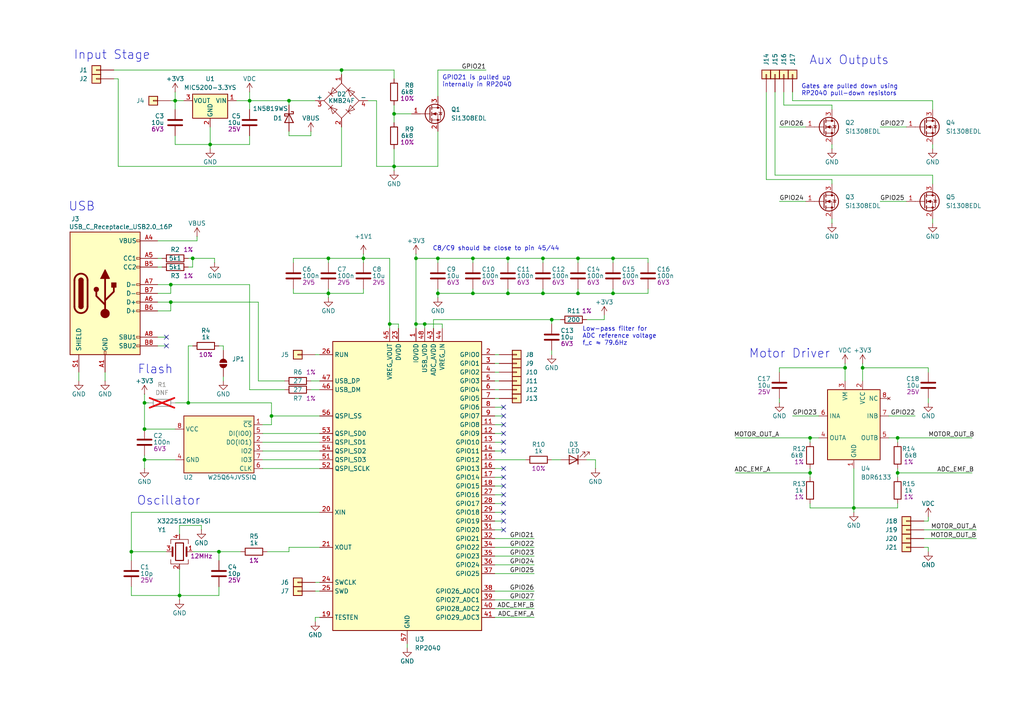
<source format=kicad_sch>
(kicad_sch (version 20231120) (generator "eeschema") (generator_version "8.0")
  (paper "A4")
  (title_block (title "RP2040-Decoder") (date "2024-11-24") (rev "1.0") (comment 1 "Alternative parts listed in symbol fields, make sure to verify datasheet beforehand"))
  (junction (at 147.32 85.09))
  (junction (at 63.5 160.02))
  (junction (at 114.3 48.26))
  (junction (at 127 74.93))
  (junction (at 137.16 85.09))
  (junction (at 54.61 116.84))
  (junction (at 250.19 106.68))
  (junction (at 137.16 74.93))
  (junction (at 95.25 74.93))
  (junction (at 52.07 172.72))
  (junction (at 99.06 20.32))
  (junction (at 247.65 147.32))
  (junction (at 83.82 29.21))
  (junction (at 245.11 106.68))
  (junction (at 167.64 74.93))
  (junction (at 127 85.09))
  (junction (at 41.91 133.35))
  (junction (at 50.8 29.21))
  (junction (at 49.53 87.63))
  (junction (at 78.74 120.65))
  (junction (at 105.41 74.93))
  (junction (at 41.91 116.84))
  (junction (at 120.65 74.93))
  (junction (at 157.48 74.93))
  (junction (at 160.02 92.71))
  (junction (at 260.35 127))
  (junction (at 114.3 33.02))
  (junction (at 95.25 85.09))
  (junction (at 177.8 85.09))
  (junction (at 123.19 93.98))
  (junction (at 55.88 74.93))
  (junction (at 147.32 74.93))
  (junction (at 120.65 93.98))
  (junction (at 41.91 124.46))
  (junction (at 260.35 137.16))
  (junction (at 49.53 82.55))
  (junction (at 60.96 41.91))
  (junction (at 167.64 85.09))
  (junction (at 177.8 74.93))
  (junction (at 38.1 160.02))
  (junction (at 234.95 137.16))
  (junction (at 234.95 127))
  (junction (at 72.39 29.21))
  (junction (at 113.03 93.98))
  (junction (at 157.48 85.09))
  (no_connect (at 146.05 151.13))
  (no_connect (at 146.05 138.43))
  (no_connect (at 48.26 97.79))
  (no_connect (at 146.05 118.11))
  (no_connect (at 146.05 140.97))
  (no_connect (at 146.05 135.89))
  (no_connect (at 146.05 143.51))
  (no_connect (at 146.05 148.59))
  (no_connect (at 146.05 125.73))
  (no_connect (at 146.05 130.81))
  (no_connect (at 48.26 100.33))
  (no_connect (at 146.05 120.65))
  (no_connect (at 146.05 123.19))
  (no_connect (at 146.05 153.67))
  (no_connect (at 146.05 128.27))
  (no_connect (at 146.05 146.05))
  (wire (pts (xy 260.35 128.27) (xy 260.35 127)))
  (wire (pts (xy 90.17 110.49) (xy 92.71 110.49)))
  (wire (pts (xy 55.88 160.02) (xy 63.5 160.02)))
  (wire (pts (xy 245.11 106.68) (xy 245.11 110.49)))
  (wire (pts (xy 50.8 124.46) (xy 41.91 124.46)))
  (wire (pts (xy 90.17 38.1) (xy 90.17 39.37)))
  (wire (pts (xy 247.65 147.32) (xy 234.95 147.32)))
  (wire (pts (xy 167.64 85.09) (xy 157.48 85.09)))
  (wire (pts (xy 74.93 110.49) (xy 82.55 110.49)))
  (wire (pts (xy 137.16 74.93) (xy 147.32 74.93)))
  (wire (pts (xy 34.29 48.26) (xy 99.06 48.26)))
  (wire (pts (xy 83.82 39.37) (xy 83.82 38.1)))
  (wire (pts (xy 49.53 87.63) (xy 45.72 87.63)))
  (wire (pts (xy 226.06 36.83) (xy 233.68 36.83)))
  (wire (pts (xy 213.36 137.16) (xy 234.95 137.16)))
  (wire (pts (xy 147.32 74.93) (xy 147.32 76.2)))
  (wire (pts (xy 222.25 52.07) (xy 241.3 52.07)))
  (wire (pts (xy 118.11 186.69) (xy 118.11 187.96)))
  (wire (pts (xy 78.74 120.65) (xy 78.74 123.19)))
  (wire (pts (xy 143.51 171.45) (xy 154.94 171.45)))
  (wire (pts (xy 78.74 116.84) (xy 78.74 120.65)))
  (wire (pts (xy 106.68 29.21) (xy 109.22 29.21)))
  (wire (pts (xy 113.03 74.93) (xy 113.03 93.98)))
  (wire (pts (xy 60.96 41.91) (xy 72.39 41.91)))
  (wire (pts (xy 54.61 77.47) (xy 55.88 77.47)))
  (wire (pts (xy 247.65 147.32) (xy 247.65 148.59)))
  (wire (pts (xy 120.65 73.66) (xy 120.65 74.93)))
  (wire (pts (xy 55.88 74.93) (xy 62.23 74.93)))
  (wire (pts (xy 270.51 43.18) (xy 270.51 41.91)))
  (wire (pts (xy 175.26 91.44) (xy 175.26 92.71)))
  (wire (pts (xy 270.51 64.77) (xy 270.51 63.5)))
  (wire (pts (xy 78.74 120.65) (xy 92.71 120.65)))
  (wire (pts (xy 127 38.1) (xy 127 48.26)))
  (wire (pts (xy 90.17 113.03) (xy 92.71 113.03)))
  (wire (pts (xy 177.8 74.93) (xy 187.96 74.93)))
  (wire (pts (xy 72.39 29.21) (xy 72.39 31.75)))
  (wire (pts (xy 109.22 29.21) (xy 109.22 48.26)))
  (wire (pts (xy 143.51 153.67) (xy 146.05 153.67)))
  (wire (pts (xy 105.41 74.93) (xy 113.03 74.93)))
  (wire (pts (xy 91.44 179.07) (xy 92.71 179.07)))
  (wire (pts (xy 127 86.36) (xy 127 85.09)))
  (wire (pts (xy 54.61 100.33) (xy 54.61 116.84)))
  (wire (pts (xy 227.33 26.67) (xy 227.33 30.48)))
  (wire (pts (xy 95.25 86.36) (xy 95.25 85.09)))
  (wire (pts (xy 92.71 158.75) (xy 83.82 158.75)))
  (wire (pts (xy 177.8 74.93) (xy 177.8 76.2)))
  (wire (pts (xy 52.07 165.1) (xy 52.07 172.72)))
  (wire (pts (xy 57.15 69.85) (xy 57.15 68.58)))
  (wire (pts (xy 177.8 85.09) (xy 177.8 83.82)))
  (wire (pts (xy 269.24 158.75) (xy 269.24 160.02)))
  (wire (pts (xy 76.2 123.19) (xy 78.74 123.19)))
  (wire (pts (xy 241.3 30.48) (xy 241.3 31.75)))
  (wire (pts (xy 157.48 85.09) (xy 147.32 85.09)))
  (wire (pts (xy 270.51 53.34) (xy 270.51 50.8)))
  (wire (pts (xy 38.1 148.59) (xy 92.71 148.59)))
  (wire (pts (xy 147.32 83.82) (xy 147.32 85.09)))
  (wire (pts (xy 50.8 116.84) (xy 54.61 116.84)))
  (wire (pts (xy 143.51 173.99) (xy 154.94 173.99)))
  (wire (pts (xy 226.06 115.57) (xy 226.06 116.84)))
  (wire (pts (xy 234.95 127) (xy 237.49 127)))
  (wire (pts (xy 137.16 83.82) (xy 137.16 85.09)))
  (wire (pts (xy 229.87 120.65) (xy 237.49 120.65)))
  (wire (pts (xy 167.64 74.93) (xy 167.64 76.2)))
  (wire (pts (xy 143.51 166.37) (xy 154.94 166.37)))
  (wire (pts (xy 76.2 133.35) (xy 92.71 133.35)))
  (wire (pts (xy 33.02 20.32) (xy 99.06 20.32)))
  (wire (pts (xy 257.81 120.65) (xy 265.43 120.65)))
  (wire (pts (xy 49.53 82.55) (xy 72.39 82.55)))
  (wire (pts (xy 269.24 106.68) (xy 250.19 106.68)))
  (wire (pts (xy 114.3 33.02) (xy 119.38 33.02)))
  (wire (pts (xy 72.39 29.21) (xy 83.82 29.21)))
  (wire (pts (xy 167.64 74.93) (xy 177.8 74.93)))
  (wire (pts (xy 143.51 113.03) (xy 144.78 113.03)))
  (wire (pts (xy 143.51 146.05) (xy 146.05 146.05)))
  (wire (pts (xy 74.93 87.63) (xy 74.93 110.49)))
  (wire (pts (xy 22.86 110.49) (xy 22.86 107.95)))
  (wire (pts (xy 30.48 110.49) (xy 30.48 107.95)))
  (wire (pts (xy 167.64 85.09) (xy 177.8 85.09)))
  (wire (pts (xy 167.64 83.82) (xy 167.64 85.09)))
  (wire (pts (xy 143.51 120.65) (xy 146.05 120.65)))
  (wire (pts (xy 170.18 92.71) (xy 175.26 92.71)))
  (wire (pts (xy 41.91 116.84) (xy 43.18 116.84)))
  (wire (pts (xy 143.51 107.95) (xy 144.78 107.95)))
  (wire (pts (xy 127 74.93) (xy 137.16 74.93)))
  (wire (pts (xy 45.72 90.17) (xy 49.53 90.17)))
  (wire (pts (xy 60.96 43.18) (xy 60.96 41.91)))
  (wire (pts (xy 68.58 29.21) (xy 72.39 29.21)))
  (wire (pts (xy 234.95 146.05) (xy 234.95 147.32)))
  (wire (pts (xy 114.3 43.18) (xy 114.3 48.26)))
  (wire (pts (xy 72.39 113.03) (xy 82.55 113.03)))
  (wire (pts (xy 91.44 179.07) (xy 91.44 180.34)))
  (wire (pts (xy 74.93 87.63) (xy 49.53 87.63)))
  (wire (pts (xy 95.25 85.09) (xy 95.25 83.82)))
  (wire (pts (xy 55.88 100.33) (xy 54.61 100.33)))
  (wire (pts (xy 63.5 100.33) (xy 64.77 100.33)))
  (wire (pts (xy 72.39 41.91) (xy 72.39 39.37)))
  (wire (pts (xy 45.72 85.09) (xy 49.53 85.09)))
  (wire (pts (xy 45.72 100.33) (xy 48.26 100.33)))
  (wire (pts (xy 63.5 160.02) (xy 69.85 160.02)))
  (wire (pts (xy 234.95 137.16) (xy 234.95 135.89)))
  (wire (pts (xy 143.51 163.83) (xy 154.94 163.83)))
  (wire (pts (xy 72.39 29.21) (xy 72.39 26.67)))
  (wire (pts (xy 267.97 158.75) (xy 269.24 158.75)))
  (wire (pts (xy 55.88 77.47) (xy 55.88 74.93)))
  (wire (pts (xy 143.51 161.29) (xy 154.94 161.29)))
  (wire (pts (xy 99.06 20.32) (xy 114.3 20.32)))
  (wire (pts (xy 76.2 125.73) (xy 92.71 125.73)))
  (wire (pts (xy 38.1 160.02) (xy 38.1 162.56)))
  (wire (pts (xy 123.19 93.98) (xy 123.19 95.25)))
  (wire (pts (xy 127 76.2) (xy 127 74.93)))
  (wire (pts (xy 127 85.09) (xy 127 83.82)))
  (wire (pts (xy 60.96 41.91) (xy 50.8 41.91)))
  (wire (pts (xy 120.65 74.93) (xy 120.65 93.98)))
  (wire (pts (xy 157.48 74.93) (xy 167.64 74.93)))
  (wire (pts (xy 50.8 39.37) (xy 50.8 41.91)))
  (wire (pts (xy 170.18 133.35) (xy 172.72 133.35)))
  (wire (pts (xy 76.2 128.27) (xy 92.71 128.27)))
  (wire (pts (xy 160.02 101.6) (xy 160.02 102.87)))
  (wire (pts (xy 113.03 93.98) (xy 115.57 93.98)))
  (wire (pts (xy 260.35 127) (xy 281.94 127)))
  (wire (pts (xy 85.09 76.2) (xy 85.09 74.93)))
  (wire (pts (xy 143.51 115.57) (xy 144.78 115.57)))
  (wire (pts (xy 143.51 179.07) (xy 154.94 179.07)))
  (wire (pts (xy 234.95 138.43) (xy 234.95 137.16)))
  (wire (pts (xy 62.23 74.93) (xy 62.23 76.2)))
  (wire (pts (xy 229.87 26.67) (xy 229.87 29.21)))
  (wire (pts (xy 260.35 137.16) (xy 260.35 135.89)))
  (wire (pts (xy 143.51 148.59) (xy 146.05 148.59)))
  (wire (pts (xy 41.91 133.35) (xy 50.8 133.35)))
  (wire (pts (xy 269.24 149.86) (xy 269.24 151.13)))
  (wire (pts (xy 143.51 128.27) (xy 146.05 128.27)))
  (wire (pts (xy 160.02 92.71) (xy 162.56 92.71)))
  (wire (pts (xy 241.3 52.07) (xy 241.3 53.34)))
  (wire (pts (xy 160.02 92.71) (xy 160.02 93.98)))
  (wire (pts (xy 115.57 93.98) (xy 115.57 95.25)))
  (wire (pts (xy 120.65 95.25) (xy 120.65 93.98)))
  (wire (pts (xy 143.51 102.87) (xy 144.78 102.87)))
  (wire (pts (xy 172.72 133.35) (xy 172.72 135.89)))
  (wire (pts (xy 114.3 49.53) (xy 114.3 48.26)))
  (wire (pts (xy 177.8 85.09) (xy 187.96 85.09)))
  (wire (pts (xy 76.2 135.89) (xy 92.71 135.89)))
  (wire (pts (xy 269.24 115.57) (xy 269.24 116.84)))
  (wire (pts (xy 143.51 158.75) (xy 154.94 158.75)))
  (wire (pts (xy 54.61 74.93) (xy 55.88 74.93)))
  (wire (pts (xy 63.5 170.18) (xy 63.5 172.72)))
  (wire (pts (xy 41.91 116.84) (xy 41.91 124.46)))
  (wire (pts (xy 222.25 26.67) (xy 222.25 52.07)))
  (wire (pts (xy 114.3 20.32) (xy 114.3 22.86)))
  (wire (pts (xy 41.91 114.3) (xy 41.91 116.84)))
  (wire (pts (xy 127 74.93) (xy 120.65 74.93)))
  (wire (pts (xy 143.51 133.35) (xy 152.4 133.35)))
  (wire (pts (xy 77.47 160.02) (xy 83.82 160.02)))
  (wire (pts (xy 241.3 43.18) (xy 241.3 41.91)))
  (wire (pts (xy 33.02 22.86) (xy 34.29 22.86)))
  (wire (pts (xy 226.06 107.95) (xy 226.06 106.68)))
  (wire (pts (xy 52.07 172.72) (xy 63.5 172.72)))
  (wire (pts (xy 250.19 105.41) (xy 250.19 106.68)))
  (wire (pts (xy 213.36 127) (xy 234.95 127)))
  (wire (pts (xy 54.61 116.84) (xy 78.74 116.84)))
  (wire (pts (xy 38.1 170.18) (xy 38.1 172.72)))
  (wire (pts (xy 260.35 137.16) (xy 260.35 138.43)))
  (wire (pts (xy 260.35 127) (xy 257.81 127)))
  (wire (pts (xy 46.99 77.47) (xy 45.72 77.47)))
  (wire (pts (xy 270.51 29.21) (xy 270.51 31.75)))
  (wire (pts (xy 64.77 109.22) (xy 64.77 110.49)))
  (wire (pts (xy 85.09 85.09) (xy 95.25 85.09)))
  (wire (pts (xy 99.06 36.83) (xy 99.06 48.26)))
  (wire (pts (xy 83.82 29.21) (xy 91.44 29.21)))
  (wire (pts (xy 41.91 135.89) (xy 41.91 133.35)))
  (wire (pts (xy 49.53 29.21) (xy 50.8 29.21)))
  (wire (pts (xy 283.21 156.21) (xy 267.97 156.21)))
  (wire (pts (xy 143.51 151.13) (xy 146.05 151.13)))
  (wire (pts (xy 95.25 74.93) (xy 105.41 74.93)))
  (wire (pts (xy 269.24 151.13) (xy 267.97 151.13)))
  (wire (pts (xy 52.07 172.72) (xy 52.07 173.99)))
  (wire (pts (xy 260.35 137.16) (xy 281.94 137.16)))
  (wire (pts (xy 38.1 148.59) (xy 38.1 160.02)))
  (wire (pts (xy 114.3 33.02) (xy 114.3 35.56)))
  (wire (pts (xy 255.27 36.83) (xy 262.89 36.83)))
  (wire (pts (xy 52.07 152.4) (xy 58.42 152.4)))
  (wire (pts (xy 143.51 143.51) (xy 146.05 143.51)))
  (wire (pts (xy 105.41 74.93) (xy 105.41 73.66)))
  (wire (pts (xy 105.41 83.82) (xy 105.41 85.09)))
  (wire (pts (xy 147.32 74.93) (xy 157.48 74.93)))
  (wire (pts (xy 45.72 97.79) (xy 48.26 97.79)))
  (wire (pts (xy 229.87 29.21) (xy 270.51 29.21)))
  (wire (pts (xy 187.96 74.93) (xy 187.96 76.2)))
  (wire (pts (xy 137.16 74.93) (xy 137.16 76.2)))
  (wire (pts (xy 58.42 152.4) (xy 58.42 153.67)))
  (wire (pts (xy 85.09 83.82) (xy 85.09 85.09)))
  (wire (pts (xy 128.27 93.98) (xy 123.19 93.98)))
  (wire (pts (xy 137.16 85.09) (xy 147.32 85.09)))
  (wire (pts (xy 143.51 123.19) (xy 146.05 123.19)))
  (wire (pts (xy 162.56 133.35) (xy 160.02 133.35)))
  (wire (pts (xy 50.8 29.21) (xy 50.8 31.75)))
  (wire (pts (xy 157.48 83.82) (xy 157.48 85.09)))
  (wire (pts (xy 120.65 93.98) (xy 123.19 93.98)))
  (wire (pts (xy 105.41 74.93) (xy 105.41 76.2)))
  (wire (pts (xy 52.07 152.4) (xy 52.07 154.94)))
  (wire (pts (xy 113.03 95.25) (xy 113.03 93.98)))
  (wire (pts (xy 143.51 176.53) (xy 154.94 176.53)))
  (wire (pts (xy 91.44 168.91) (xy 92.71 168.91)))
  (wire (pts (xy 38.1 160.02) (xy 48.26 160.02)))
  (wire (pts (xy 64.77 100.33) (xy 64.77 101.6)))
  (wire (pts (xy 143.51 135.89) (xy 146.05 135.89)))
  (wire (pts (xy 143.51 110.49) (xy 144.78 110.49)))
  (wire (pts (xy 49.53 85.09) (xy 49.53 82.55)))
  (wire (pts (xy 227.33 30.48) (xy 241.3 30.48)))
  (wire (pts (xy 143.51 156.21) (xy 154.94 156.21)))
  (wire (pts (xy 60.96 36.83) (xy 60.96 41.91)))
  (wire (pts (xy 226.06 58.42) (xy 233.68 58.42)))
  (wire (pts (xy 143.51 118.11) (xy 146.05 118.11)))
  (wire (pts (xy 143.51 105.41) (xy 144.78 105.41)))
  (wire (pts (xy 224.79 26.67) (xy 224.79 50.8)))
  (wire (pts (xy 234.95 128.27) (xy 234.95 127)))
  (wire (pts (xy 187.96 85.09) (xy 187.96 83.82)))
  (wire (pts (xy 245.11 105.41) (xy 245.11 106.68)))
  (wire (pts (xy 127 85.09) (xy 137.16 85.09)))
  (wire (pts (xy 283.21 153.67) (xy 267.97 153.67)))
  (wire (pts (xy 83.82 39.37) (xy 90.17 39.37)))
  (wire (pts (xy 83.82 29.21) (xy 83.82 30.48)))
  (wire (pts (xy 255.27 58.42) (xy 262.89 58.42)))
  (wire (pts (xy 157.48 74.93) (xy 157.48 76.2)))
  (wire (pts (xy 83.82 158.75) (xy 83.82 160.02)))
  (wire (pts (xy 85.09 74.93) (xy 95.25 74.93)))
  (wire (pts (xy 143.51 125.73) (xy 146.05 125.73)))
  (wire (pts (xy 128.27 95.25) (xy 128.27 93.98)))
  (wire (pts (xy 270.51 50.8) (xy 224.79 50.8)))
  (wire (pts (xy 91.44 171.45) (xy 92.71 171.45)))
  (wire (pts (xy 50.8 29.21) (xy 50.8 26.67)))
  (wire (pts (xy 143.51 138.43) (xy 146.05 138.43)))
  (wire (pts (xy 72.39 82.55) (xy 72.39 113.03)))
  (wire (pts (xy 76.2 130.81) (xy 92.71 130.81)))
  (wire (pts (xy 99.06 21.59) (xy 99.06 20.32)))
  (wire (pts (xy 109.22 48.26) (xy 114.3 48.26)))
  (wire (pts (xy 45.72 69.85) (xy 57.15 69.85)))
  (wire (pts (xy 226.06 106.68) (xy 245.11 106.68)))
  (wire (pts (xy 125.73 92.71) (xy 160.02 92.71)))
  (wire (pts (xy 45.72 82.55) (xy 49.53 82.55)))
  (wire (pts (xy 53.34 29.21) (xy 50.8 29.21)))
  (wire (pts (xy 269.24 107.95) (xy 269.24 106.68)))
  (wire (pts (xy 143.51 130.81) (xy 146.05 130.81)))
  (wire (pts (xy 127 20.32) (xy 127 27.94)))
  (wire (pts (xy 247.65 135.89) (xy 247.65 147.32)))
  (wire (pts (xy 143.51 140.97) (xy 146.05 140.97)))
  (wire (pts (xy 63.5 160.02) (xy 63.5 162.56)))
  (wire (pts (xy 127 20.32) (xy 140.97 20.32)))
  (wire (pts (xy 91.44 102.87) (xy 92.71 102.87)))
  (wire (pts (xy 114.3 48.26) (xy 127 48.26)))
  (wire (pts (xy 38.1 172.72) (xy 52.07 172.72)))
  (wire (pts (xy 125.73 95.25) (xy 125.73 92.71)))
  (wire (pts (xy 260.35 146.05) (xy 260.35 147.32)))
  (wire (pts (xy 95.25 74.93) (xy 95.25 76.2)))
  (wire (pts (xy 105.41 85.09) (xy 95.25 85.09)))
  (wire (pts (xy 250.19 106.68) (xy 250.19 110.49)))
  (wire (pts (xy 241.3 64.77) (xy 241.3 63.5)))
  (wire (pts (xy 34.29 22.86) (xy 34.29 48.26)))
  (wire (pts (xy 41.91 133.35) (xy 41.91 132.08)))
  (wire (pts (xy 114.3 30.48) (xy 114.3 33.02)))
  (wire (pts (xy 46.99 74.93) (xy 45.72 74.93)))
  (wire (pts (xy 49.53 90.17) (xy 49.53 87.63)))
  (wire (pts (xy 247.65 147.32) (xy 260.35 147.32)))
  (text "Gates are pulled down using\nRP2040 pull-down resistors" (at 232.41 27.94 0) (effects (font (size 1.27 1.27)) (justify left bottom)))
  (text "Motor Driver" (at 217.17 104.14 0) (effects (font (size 2.54 2.54)) (justify left bottom)))
  (text "GPIO21 is pulled up\ninternally in RP2040" (at 128.27 25.4 0) (effects (font (size 1.27 1.27)) (justify left bottom)))
  (text "Aux Outputs" (at 234.696 19.05 0) (effects (font (size 2.54 2.54)) (justify left bottom)))
  (text "C8/C9 should be close to pin 45/44" (at 125.476 72.898 0) (effects (font (size 1.27 1.27)) (justify left bottom)))
  (text "USB\n" (at 19.812 61.468 0) (effects (font (size 2.54 2.54)) (justify left bottom)))
  (text "Oscillator" (at 39.624 146.812 0) (effects (font (size 2.54 2.54)) (justify left bottom)))
  (text "Low-pass filter for\nADC reference voltage\nf_c​ ≈ 79.6Hz" (at 168.91 100.33 0) (effects (font (size 1.27 1.27)) (justify left bottom)))
  (text "Flash" (at 39.878 108.712 0) (effects (font (size 2.54 2.54)) (justify left bottom)))
  (text "Input Stage" (at 21.336 17.526 0) (effects (font (size 2.54 2.54)) (justify left bottom)))
  (label "GPIO24" (at 154.94 163.83 180))
  (label "MOTOR_OUT_B" (at 269.24 127 0))
  (label "ADC_EMF_A" (at 154.94 179.07 180))
  (label "GPIO27" (at 255.27 36.83 0))
  (label "GPIO22" (at 154.94 158.75 180))
  (label "ADC_EMF_A" (at 223.52 137.16 180))
  (label "GPIO21" (at 140.97 20.32 180))
  (label "GPIO23" (at 229.87 120.65 0))
  (label "GPIO24" (at 226.06 58.42 0))
  (label "GPIO26" (at 226.06 36.83 0))
  (label "MOTOR_OUT_A" (at 283.21 153.67 180))
  (label "GPIO25" (at 154.94 166.37 180))
  (label "GPIO22" (at 265.43 120.65 180))
  (label "GPIO23" (at 154.94 161.29 180))
  (label "GPIO21" (at 154.94 156.21 180))
  (label "MOTOR_OUT_A" (at 226.06 127 180))
  (label "ADC_EMF_B" (at 271.78 137.16 0))
  (label "GPIO26" (at 154.94 171.45 180))
  (label "ADC_EMF_B" (at 154.94 176.53 180))
  (label "GPIO27" (at 154.94 173.99 180))
  (label "MOTOR_OUT_B" (at 283.21 156.21 180))
  (label "GPIO25" (at 255.27 58.42 0))
  (symbol (lib_id "Device:C") (at 72.39 35.56 0) (mirror y) (unit 1)
    (property "Reference" "C5" (at 69.85 33.655 0) (effects (justify left)))
    (property "Value" "10u" (at 69.85 35.56 0) (effects (justify left)))
    (property "Footprint" "Capacitor_SMD:C_0603_1608Metric" (effects (hide yes)))
    (property "Voltage" "25V" (at 67.945 37.465 0))
    (property "LCSC Part #" "C96446" (effects (hide yes)))
  )
  (symbol (lib_id "Device:C") (at 50.8 35.56 0) (mirror y) (unit 1)
    (property "Reference" "C3" (at 47.625 33.655 0) (effects (justify left)))
    (property "Value" "10u" (at 47.625 35.56 0) (effects (justify left)))
    (property "Footprint" "Capacitor_SMD:C_0603_1608Metric" (effects (hide yes)))
    (property "Voltage" "6V3" (at 45.72 37.465 0))
    (property "LCSC Part #" "C96446" (effects (hide yes)))
  )
  (symbol (lib_id "Device:R") (at 234.95 142.24 180) (unit 1)
    (property "Reference" "R13" (at 231.775 140.335 0))
    (property "Value" "1k" (at 231.775 142.24 0))
    (property "Footprint" "Resistor_SMD:R_0402_1005Metric" (effects (hide yes)))
    (property "Tolerance" "1%" (at 231.775 144.145 0))
    (property "LCSC Part #" "C11702" (effects (hide yes)))
  )
  (symbol (lib_id "Device:R") (at 234.95 132.08 180) (unit 1)
    (property "Reference" "R12" (at 231.775 130.175 0))
    (property "Value" "6k8" (at 231.14 132.08 0))
    (property "Footprint" "Resistor_SMD:R_0402_1005Metric" (effects (hide yes)))
    (property "Tolerance" "1%" (at 231.775 133.985 0))
    (property "LCSC Part #" "C25917" (effects (hide yes)))
  )
  (symbol (lib_id "Device:C") (at 187.96 80.01 0) (unit 1)
    (property "Reference" "C16" (at 190.5 78.105 0) (effects (justify left)))
    (property "Value" "100n" (at 190.5 80.01 0) (effects (justify left)))
    (property "Footprint" "Capacitor_SMD:C_0402_1005Metric" (effects (hide yes)))
    (property "Voltage" "6V3" (at 192.405 81.915 0))
    (property "LCSC Part #" "C1525" (effects (hide yes)))
  )
  (symbol (lib_name "Conn_01x01_4") (lib_id "Connector_Generic:Conn_01x01") (at 262.89 153.67 180) (unit 1)
    (property "Reference" "J19" (at 260.35 153.67 0) (effects (justify left)))
    (property "Value" "Conn_01x01" (effects (hide yes)))
    (property "Footprint" "TestPoint:TestPoint_Pad_1.5x1.5mm" (effects (hide yes)))
    (property "Description" "Generic connector, single row, 01x01, script generated (kicad-library-utils/schlib/autogen/connector/)" (effects (hide yes)))
  )
  (symbol (lib_id "Device:R") (at 50.8 74.93 270) (unit 1)
    (property "Reference" "R2" (at 50.8 72.39 90))
    (property "Value" "5k1" (at 50.8 74.93 90))
    (property "Footprint" "Resistor_SMD:R_0402_1005Metric" (effects (hide yes)))
    (property "Tolerance" "1%" (at 54.61 72.39 90))
    (property "LCSC Part #" "C25905" (effects (hide yes)))
  )
  (symbol (lib_name "Conn_01x01_4") (lib_id "Connector_Generic:Conn_01x01") (at 222.25 21.59 90) (unit 1)
    (property "Reference" "J14" (at 222.25 19.05 0) (effects (justify left)))
    (property "Value" "Conn_01x01" (effects (hide yes)))
    (property "Footprint" "TestPoint:TestPoint_Pad_D2.0mm" (effects (hide yes)))
    (property "Description" "Generic connector, single row, 01x01, script generated (kicad-library-utils/schlib/autogen/connector/)" (effects (hide yes)))
  )
  (symbol (lib_id "RP2040-Decoder_Additional_Symbols:W25Q64JVSSIQ") (at 63.5 128.27 0) (unit 1)
    (property "Reference" "U2" (at 54.61 138.43 0))
    (property "Value" "W25Q64JVSSIQ" (at 67.31 138.43 0))
    (property "Footprint" "RP2040-Decoder_Additional_Footprints:SOIC-8_5.23x5.23mm_P1.27mm" (effects (hide yes)))
    (property "Datasheet" "https://www.winbond.com/resource-files/w25q64jv%20revj%2003272018%20plus.pdf" (effects (hide yes)))
    (property "Alternative Part" "W25Q32JVSSIQ; W25Q16JVSSIQ;" (effects (hide yes)))
    (property "LCSC Part #" "C179171" (effects (hide yes)))
  )
  (symbol (lib_id "MCU_RaspberryPi:RP2040") (at 118.11 140.97 0) (unit 1)
    (property "Reference" "U3" (at 120.3041 185.42 0) (effects (justify left)))
    (property "Value" "RP2040" (at 120.3041 187.96 0) (effects (justify left)))
    (property "Footprint" "Package_DFN_QFN:QFN-56-1EP_7x7mm_P0.4mm_EP3.2x3.2mm" (effects (hide yes)))
    (property "Datasheet" "https://datasheets.raspberrypi.com/rp2040/rp2040-datasheet.pdf" (effects (hide yes)))
    (property "Description" "A microcontroller by Raspberry Pi" (effects (hide yes)))
    (property "LCSC Part #" "C2040" (effects (hide yes)))
    (property "JLCPCB Rotation Offset" "-90" (effects (hide yes)))
  )
  (symbol (lib_name "GND_2") (lib_id "power:GND") (at 22.86 110.49 0) (unit 1)
    (property "Reference" "#PWR01" (effects (hide yes)))
    (property "Value" "GND" (at 22.86 114.3 0))
    (property "Description" "Power symbol creates a global label with name \"GND\" , ground" (effects (hide yes)))
  )
  (symbol (lib_name "+3V3_1") (lib_id "power:+3V3") (at 250.19 105.41 0) (unit 1)
    (property "Reference" "#PWR026" (effects (hide yes)))
    (property "Value" "+3V3" (at 250.19 101.6 0))
    (property "Description" "Power symbol creates a global label with name \"+3V3\"" (effects (hide yes)))
  )
  (symbol (lib_id "Connector_Generic:Conn_01x01") (at 149.86 115.57 0) (unit 1)
    (property "Reference" "J13" (at 152.4 115.57 0) (effects (justify left)))
    (property "Value" "Conn_01x01" (effects (hide yes)))
    (property "Footprint" "TestPoint:TestPoint_Pad_D1.5mm" (effects (hide yes)))
    (property "Description" "Generic connector, single row, 01x01, script generated (kicad-library-utils/schlib/autogen/connector/)" (effects (hide yes)))
    (property "GPIO_PIN" "5" (effects (hide yes)))
  )
  (symbol (lib_name "GND_1") (lib_id "power:GND") (at 172.72 135.89 0) (unit 1)
    (property "Reference" "#PWR022" (effects (hide yes)))
    (property "Value" "GND" (at 172.72 139.7 0))
    (property "Description" "Power symbol creates a global label with name \"GND\" , ground" (effects (hide yes)))
  )
  (symbol (lib_name "R_1") (lib_id "Device:R") (at 166.37 92.71 270) (unit 1)
    (property "Reference" "R11" (at 166.37 90.17 90))
    (property "Value" "200" (at 166.37 92.71 90))
    (property "Footprint" "Resistor_SMD:R_0402_1005Metric" (effects (hide yes)))
    (property "Tolerance" "1%" (at 170.18 90.17 90))
    (property "LCSC Part #" "C25087" (effects (hide yes)))
  )
  (symbol (lib_id "RP2040-Decoder_Additional_Symbols:MIC5200-3.3YS") (at 60.96 29.21 0) (mirror y) (unit 1)
    (property "Reference" "U1" (at 60.96 22.86 0))
    (property "Value" "MIC5200-3.3YS" (at 60.96 25.4 0))
    (property "Footprint" "Package_TO_SOT_SMD:SOT-223" (effects (hide yes)))
    (property "Datasheet" "https://www.lcsc.com/datasheet/lcsc_datasheet_2311091744_UMW-Youtai-Semiconductor-Co---Ltd--MIC5200-3-3YS-UMW_C5343216.pdf" (effects (hide yes)))
    (property "Description" "100mA Fixed 3.3V 26V SOT-223 Voltage Regulators - Linear, Low Drop Out (LDO) Regulators" (effects (hide yes)))
    (property "Alternative Part" "UA78M33CDCYR; RS3002-3.3YD3; LM2940S-3.3;" (effects (hide yes)))
    (property "LCSC Part #" "C5343216" (effects (hide yes)))
  )
  (symbol (lib_name "Conn_01x01_4") (lib_id "Connector_Generic:Conn_01x01") (at 262.89 158.75 180) (unit 1)
    (property "Reference" "J21" (at 260.35 158.75 0) (effects (justify left)))
    (property "Value" "Conn_01x01" (effects (hide yes)))
    (property "Footprint" "TestPoint:TestPoint_Pad_D2.0mm" (effects (hide yes)))
    (property "Description" "Generic connector, single row, 01x01, script generated (kicad-library-utils/schlib/autogen/connector/)" (effects (hide yes)))
  )
  (symbol (lib_id "Device:C") (at 177.8 80.01 0) (unit 1)
    (property "Reference" "C15" (at 180.34 78.105 0) (effects (justify left)))
    (property "Value" "100n" (at 180.34 80.01 0) (effects (justify left)))
    (property "Footprint" "Capacitor_SMD:C_0402_1005Metric" (effects (hide yes)))
    (property "Voltage" "6V3" (at 182.245 81.915 0))
    (property "LCSC Part #" "C1525" (effects (hide yes)))
  )
  (symbol (lib_name "GND_1") (lib_id "power:GND") (at 241.3 64.77 0) (unit 1)
    (property "Reference" "#PWR028" (effects (hide yes)))
    (property "Value" "GND" (at 241.3 68.58 0))
    (property "Description" "Power symbol creates a global label with name \"GND\" , ground" (effects (hide yes)))
  )
  (symbol (lib_id "Device:C") (at 38.1 166.37 0) (unit 1)
    (property "Reference" "C1" (at 40.64 164.465 0) (effects (justify left)))
    (property "Value" "10p" (at 40.64 166.37 0) (effects (justify left)))
    (property "Footprint" "Capacitor_SMD:C_0402_1005Metric" (effects (hide yes)))
    (property "Voltage" "25V" (at 42.545 168.275 0))
    (property "LCSC Part #" "C32949" (effects (hide yes)))
  )
  (symbol (lib_id "Device:C") (at 160.02 97.79 0) (unit 1)
    (property "Reference" "C13" (at 162.56 95.885 0) (effects (justify left)))
    (property "Value" "10u" (at 162.56 97.79 0) (effects (justify left)))
    (property "Footprint" "Capacitor_SMD:C_0402_1005Metric" (effects (hide yes)))
    (property "Voltage" "6V3" (at 164.465 99.695 0))
    (property "LCSC Part #" "C15525" (effects (hide yes)))
  )
  (symbol (lib_id "Device:R") (at 114.3 26.67 0) (mirror x) (unit 1)
    (property "Reference" "R8" (at 118.745 24.765 0))
    (property "Value" "6k8" (at 118.11 26.67 0))
    (property "Footprint" "Resistor_SMD:R_0402_1005Metric" (effects (hide yes)))
    (property "Tolerance" "10%" (at 118.11 28.575 0))
    (property "LCSC Part #" "C25917" (effects (hide yes)))
  )
  (symbol (lib_name "Conn_01x01_7") (lib_id "Connector_Generic:Conn_01x01") (at 149.86 110.49 0) (unit 1)
    (property "Reference" "J11" (at 152.4 110.49 0) (effects (justify left)))
    (property "Value" "Conn_01x01" (effects (hide yes)))
    (property "Footprint" "TestPoint:TestPoint_Pad_D1.5mm" (effects (hide yes)))
    (property "Description" "Generic connector, single row, 01x01, script generated (kicad-library-utils/schlib/autogen/connector/)" (effects (hide yes)))
    (property "GPIO_PIN" "3" (effects (hide yes)))
  )
  (symbol (lib_id "Device:R") (at 59.69 100.33 270) (unit 1)
    (property "Reference" "R4" (at 59.69 95.885 90))
    (property "Value" "1k" (at 59.69 97.79 90))
    (property "Footprint" "Resistor_SMD:R_0402_1005Metric" (effects (hide yes)))
    (property "Tolerance" "10%" (at 59.69 102.87 90))
    (property "LCSC Part #" "C11702" (effects (hide yes)))
  )
  (symbol (lib_name "GND_1") (lib_id "power:GND") (at 91.44 180.34 0) (unit 1)
    (property "Reference" "#PWR014" (effects (hide yes)))
    (property "Value" "GND" (at 91.44 184.15 0))
    (property "Description" "Power symbol creates a global label with name \"GND\" , ground" (effects (hide yes)))
  )
  (symbol (lib_id "Device:C") (at 157.48 80.01 0) (unit 1)
    (property "Reference" "C12" (at 160.02 78.105 0) (effects (justify left)))
    (property "Value" "100n" (at 160.02 80.01 0) (effects (justify left)))
    (property "Footprint" "Capacitor_SMD:C_0402_1005Metric" (effects (hide yes)))
    (property "Voltage" "6V3" (at 161.925 81.915 0))
    (property "LCSC Part #" "C1525" (effects (hide yes)))
  )
  (symbol (lib_id "Device:R") (at 260.35 132.08 0) (mirror x) (unit 1)
    (property "Reference" "R14" (at 263.525 130.175 0))
    (property "Value" "6k8" (at 264.16 132.08 0))
    (property "Footprint" "Resistor_SMD:R_0402_1005Metric" (effects (hide yes)))
    (property "Tolerance" "1%" (at 263.525 133.985 0))
    (property "LCSC Part #" "C25917" (effects (hide yes)))
  )
  (symbol (lib_name "GND_1") (lib_id "power:GND") (at 52.07 173.99 0) (unit 1)
    (property "Reference" "#PWR06" (effects (hide yes)))
    (property "Value" "GND" (at 52.07 177.8 0))
    (property "Description" "Power symbol creates a global label with name \"GND\" , ground" (effects (hide yes)))
  )
  (symbol (lib_id "Device:C") (at 105.41 80.01 0) (unit 1)
    (property "Reference" "C8" (at 107.95 78.105 0) (effects (justify left)))
    (property "Value" "10u" (at 107.95 80.01 0) (effects (justify left)))
    (property "Footprint" "Capacitor_SMD:C_0402_1005Metric" (effects (hide yes)))
    (property "Voltage" "2V5" (at 109.855 81.915 0))
    (property "LCSC Part #" "C15525" (effects (hide yes)))
  )
  (symbol (lib_name "Conn_01x01_2") (lib_id "Connector_Generic:Conn_01x01") (at 27.94 20.32 180) (unit 1)
    (property "Reference" "J1" (at 25.4 20.32 0) (effects (justify left)))
    (property "Value" "Conn_01x01" (effects (hide yes)))
    (property "Footprint" "TestPoint:TestPoint_Pad_D2.0mm" (effects (hide yes)))
    (property "Description" "Generic connector, single row, 01x01, script generated (kicad-library-utils/schlib/autogen/connector/)" (effects (hide yes)))
  )
  (symbol (lib_name "Conn_01x01_4") (lib_id "Connector_Generic:Conn_01x01") (at 86.36 171.45 180) (unit 1)
    (property "Reference" "J7" (at 83.82 171.45 0) (effects (justify left)))
    (property "Value" "Conn_01x01" (effects (hide yes)))
    (property "Footprint" "TestPoint:TestPoint_Pad_D1.5mm" (effects (hide yes)))
    (property "Description" "Generic connector, single row, 01x01, script generated (kicad-library-utils/schlib/autogen/connector/)" (effects (hide yes)))
  )
  (symbol (lib_name "GND_1") (lib_id "power:GND") (at 95.25 86.36 0) (unit 1)
    (property "Reference" "#PWR015" (effects (hide yes)))
    (property "Value" "GND" (at 95.25 90.17 0))
    (property "Description" "Power symbol creates a global label with name \"GND\" , ground" (effects (hide yes)))
  )
  (symbol (lib_id "Device:C") (at 226.06 111.76 0) (mirror y) (unit 1)
    (property "Reference" "C17" (at 223.52 109.855 0) (effects (justify left)))
    (property "Value" "10u" (at 223.52 111.76 0) (effects (justify left)))
    (property "Footprint" "Capacitor_SMD:C_0603_1608Metric" (effects (hide yes)))
    (property "Voltage" "25V" (at 221.615 113.665 0))
    (property "LCSC Part #" "C96446" (effects (hide yes)))
  )
  (symbol (lib_id "Transistor_FET:Si1308EDL") (at 267.97 36.83 0) (unit 1)
    (property "Reference" "Q4" (at 274.32 35.5599 0) (effects (justify left)))
    (property "Value" "Si1308EDL" (at 274.32 38.0999 0) (effects (justify left)))
    (property "Footprint" "Package_TO_SOT_SMD:SOT-323_SC-70" (effects (hide yes)))
    (property "Datasheet" "https://www.vishay.com/docs/63399/si1308edl.pdf" (effects (hide yes)))
    (property "Description" "30V Vds, 1.4A Id, N-Channel MOSFET, SC-70" (effects (hide yes)))
    (property "Alternative Part" "SI1302; SI1304" (effects (hide yes)))
    (property "LCSC Part #" "C469327" (effects (hide yes)))
    (property "JLCPCB Rotation Offset" "180" (effects (hide yes)))
  )
  (symbol (lib_name "GND_1") (lib_id "power:GND") (at 60.96 43.18 0) (unit 1)
    (property "Reference" "#PWR09" (effects (hide yes)))
    (property "Value" "GND" (at 60.96 46.99 0))
    (property "Description" "Power symbol creates a global label with name \"GND\" , ground" (effects (hide yes)))
  )
  (symbol (lib_name "GND_1") (lib_id "power:GND") (at 118.11 187.96 0) (unit 1)
    (property "Reference" "#PWR018" (effects (hide yes)))
    (property "Value" "GND" (at 118.11 191.77 0))
    (property "Description" "Power symbol creates a global label with name \"GND\" , ground" (effects (hide yes)))
  )
  (symbol (lib_id "Device:C") (at 95.25 80.01 0) (unit 1)
    (property "Reference" "C7" (at 97.79 78.105 0) (effects (justify left)))
    (property "Value" "100n" (at 97.79 80.01 0) (effects (justify left)))
    (property "Footprint" "Capacitor_SMD:C_0402_1005Metric" (effects (hide yes)))
    (property "Voltage" "2V5" (at 99.695 81.915 0))
    (property "LCSC Part #" "C1525" (effects (hide yes)))
  )
  (symbol (lib_name "GND_1") (lib_id "power:GND") (at 41.91 135.89 0) (unit 1)
    (property "Reference" "#PWR04" (effects (hide yes)))
    (property "Value" "GND" (at 41.91 139.7 0))
    (property "Description" "Power symbol creates a global label with name \"GND\" , ground" (effects (hide yes)))
  )
  (symbol (lib_id "Device:R") (at 86.36 110.49 270) (unit 1)
    (property "Reference" "R6" (at 86.36 107.95 90))
    (property "Value" "27" (at 86.36 110.49 90))
    (property "Footprint" "Resistor_SMD:R_0402_1005Metric" (effects (hide yes)))
    (property "Tolerance" "1%" (at 90.17 107.95 90))
    (property "LCSC Part #" "C138021" (effects (hide yes)))
  )
  (symbol (lib_id "Device:C") (at 147.32 80.01 0) (unit 1)
    (property "Reference" "C11" (at 149.86 78.105 0) (effects (justify left)))
    (property "Value" "100n" (at 149.86 80.01 0) (effects (justify left)))
    (property "Footprint" "Capacitor_SMD:C_0402_1005Metric" (effects (hide yes)))
    (property "Voltage" "6V3" (at 151.765 81.915 0))
    (property "LCSC Part #" "C1525" (effects (hide yes)))
  )
  (symbol (lib_id "Device:R") (at 50.8 77.47 270) (mirror x) (unit 1)
    (property "Reference" "R3" (at 50.8 80.01 90))
    (property "Value" "5k1" (at 50.8 77.47 90))
    (property "Footprint" "Resistor_SMD:R_0402_1005Metric" (effects (hide yes)))
    (property "Tolerance" "1%" (at 54.61 80.01 90))
    (property "LCSC Part #" "C25905" (effects (hide yes)))
  )
  (symbol (lib_id "power:VDC") (at 245.11 105.41 0) (unit 1)
    (property "Reference" "#PWR012" (effects (hide yes)))
    (property "Value" "VDC" (at 245.11 101.6 0))
    (property "Description" "Power symbol creates a global label with name \"VDC\"" (effects (hide yes)))
  )
  (symbol (lib_id "Device:R") (at 156.21 133.35 270) (unit 1)
    (property "Reference" "R10" (at 156.21 128.905 90))
    (property "Value" "1k" (at 156.21 130.81 90))
    (property "Footprint" "Resistor_SMD:R_0402_1005Metric" (effects (hide yes)))
    (property "Tolerance" "10%" (at 156.21 135.89 90))
    (property "LCSC Part #" "C11702" (effects (hide yes)))
  )
  (symbol (lib_id "Jumper:SolderJumper_2_Open") (at 64.77 105.41 90) (unit 1) (exclude_from_sim yes) (in_bom no)
    (property "Reference" "JP1" (at 67.31 104.1399 90) (effects (justify right)))
    (property "Value" "SolderJumper_2_Open" (effects (hide yes)))
    (property "Footprint" "Jumper:SolderJumper-2_P1.3mm_Open_RoundedPad1.0x1.5mm" (effects (hide yes)))
    (property "Description" "Solder Jumper, 2-pole, open" (effects (hide yes)))
  )
  (symbol (lib_id "Device:R") (at 86.36 113.03 270) (mirror x) (unit 1)
    (property "Reference" "R7" (at 86.36 115.57 90))
    (property "Value" "27" (at 86.36 113.03 90))
    (property "Footprint" "Resistor_SMD:R_0402_1005Metric" (effects (hide yes)))
    (property "Tolerance" "1%" (at 90.17 115.57 90))
    (property "LCSC Part #" "C138021" (effects (hide yes)))
  )
  (symbol (lib_id "Device:C") (at 167.64 80.01 0) (unit 1)
    (property "Reference" "C14" (at 170.18 78.105 0) (effects (justify left)))
    (property "Value" "100n" (at 170.18 80.01 0) (effects (justify left)))
    (property "Footprint" "Capacitor_SMD:C_0402_1005Metric" (effects (hide yes)))
    (property "Voltage" "6V3" (at 172.085 81.915 0))
    (property "LCSC Part #" "C1525" (effects (hide yes)))
  )
  (symbol (lib_id "Device:LED") (at 166.37 133.35 180) (unit 1)
    (property "Reference" "D3" (at 166.37 128.905 0))
    (property "Value" "LED" (at 166.37 130.81 0))
    (property "Footprint" "LED_SMD:LED_0603_1608Metric" (effects (hide yes)))
    (property "Description" "Light emitting diode" (effects (hide yes)))
    (property "LCSC Part #" "C2286" (effects (hide yes)))
  )
  (symbol (lib_id "Device:C") (at 127 80.01 0) (unit 1)
    (property "Reference" "C9" (at 129.54 78.105 0) (effects (justify left)))
    (property "Value" "10u" (at 129.54 80.01 0) (effects (justify left)))
    (property "Footprint" "Capacitor_SMD:C_0402_1005Metric" (effects (hide yes)))
    (property "Voltage" "6V3" (at 131.445 81.915 0))
    (property "LCSC Part #" "C15525" (effects (hide yes)))
  )
  (symbol (lib_name "GND_1") (lib_id "power:GND") (at 270.51 43.18 0) (unit 1)
    (property "Reference" "#PWR031" (effects (hide yes)))
    (property "Value" "GND" (at 270.51 46.99 0))
    (property "Description" "Power symbol creates a global label with name \"GND\" , ground" (effects (hide yes)))
  )
  (symbol (lib_name "+3V3_1") (lib_id "power:+3V3") (at 175.26 91.44 0) (unit 1)
    (property "Reference" "#PWR023" (effects (hide yes)))
    (property "Value" "+3V3" (at 175.26 87.63 0))
    (property "Description" "Power symbol creates a global label with name \"+3V3\"" (effects (hide yes)))
  )
  (symbol (lib_id "Transistor_FET:Si1308EDL") (at 267.97 58.42 0) (unit 1)
    (property "Reference" "Q5" (at 274.32 57.1499 0) (effects (justify left)))
    (property "Value" "Si1308EDL" (at 274.32 59.6899 0) (effects (justify left)))
    (property "Footprint" "Package_TO_SOT_SMD:SOT-323_SC-70" (effects (hide yes)))
    (property "Datasheet" "https://www.vishay.com/docs/63399/si1308edl.pdf" (effects (hide yes)))
    (property "Description" "30V Vds, 1.4A Id, N-Channel MOSFET, SC-70" (effects (hide yes)))
    (property "Alternative Part" "SI1302; SI1304" (effects (hide yes)))
    (property "LCSC Part #" "C469327" (effects (hide yes)))
    (property "JLCPCB Rotation Offset" "180" (effects (hide yes)))
  )
  (symbol (lib_name "GND_1") (lib_id "power:GND") (at 160.02 102.87 0) (unit 1)
    (property "Reference" "#PWR021" (effects (hide yes)))
    (property "Value" "GND" (at 160.02 106.68 0))
    (property "Description" "Power symbol creates a global label with name \"GND\" , ground" (effects (hide yes)))
  )
  (symbol (lib_name "Conn_01x01_6") (lib_id "Connector_Generic:Conn_01x01") (at 149.86 107.95 0) (unit 1)
    (property "Reference" "J10" (at 152.4 107.95 0) (effects (justify left)))
    (property "Value" "Conn_01x01" (effects (hide yes)))
    (property "Footprint" "TestPoint:TestPoint_Pad_D1.5mm" (effects (hide yes)))
    (property "Description" "Generic connector, single row, 01x01, script generated (kicad-library-utils/schlib/autogen/connector/)" (effects (hide yes)))
    (property "GPIO_PIN" "2" (effects (hide yes)))
  )
  (symbol (lib_id "Transistor_FET:Si1308EDL") (at 238.76 58.42 0) (unit 1)
    (property "Reference" "Q3" (at 245.11 57.1499 0) (effects (justify left)))
    (property "Value" "Si1308EDL" (at 245.11 59.6899 0) (effects (justify left)))
    (property "Footprint" "Package_TO_SOT_SMD:SOT-323_SC-70" (effects (hide yes)))
    (property "Datasheet" "https://www.vishay.com/docs/63399/si1308edl.pdf" (effects (hide yes)))
    (property "Description" "30V Vds, 1.4A Id, N-Channel MOSFET, SC-70" (effects (hide yes)))
    (property "Alternative Part" "SI1302; SI1304" (effects (hide yes)))
    (property "LCSC Part #" "C469327" (effects (hide yes)))
    (property "JLCPCB Rotation Offset" "180" (effects (hide yes)))
  )
  (symbol (lib_name "GND_1") (lib_id "power:GND") (at 226.06 116.84 0) (unit 1)
    (property "Reference" "#PWR029" (effects (hide yes)))
    (property "Value" "GND" (at 226.06 120.65 0))
    (property "Description" "Power symbol creates a global label with name \"GND\" , ground" (effects (hide yes)))
  )
  (symbol (lib_id "Device:C") (at 269.24 111.76 0) (mirror y) (unit 1)
    (property "Reference" "C18" (at 266.7 109.855 0) (effects (justify left)))
    (property "Value" "10u" (at 266.7 111.76 0) (effects (justify left)))
    (property "Footprint" "Capacitor_SMD:C_0603_1608Metric" (effects (hide yes)))
    (property "Voltage" "25V" (at 264.795 113.665 0))
    (property "LCSC Part #" "C96446" (effects (hide yes)))
  )
  (symbol (lib_name "Conn_01x01_4") (lib_id "Connector_Generic:Conn_01x01") (at 262.89 151.13 180) (unit 1)
    (property "Reference" "J18" (at 260.35 151.13 0) (effects (justify left)))
    (property "Value" "Conn_01x01" (effects (hide yes)))
    (property "Footprint" "TestPoint:TestPoint_Pad_D2.0mm" (effects (hide yes)))
    (property "Description" "Generic connector, single row, 01x01, script generated (kicad-library-utils/schlib/autogen/connector/)" (effects (hide yes)))
  )
  (symbol (lib_id "Diode:1N5819WS") (at 83.82 34.29 270) (unit 1)
    (property "Reference" "D1" (at 81.915 34.29 90) (effects (justify right)))
    (property "Value" "1N5819WS" (at 83.566 31.496 90) (effects (justify right)))
    (property "Footprint" "Diode_SMD:D_SOD-323_HandSoldering" (effects (hide yes)))
    (property "Datasheet" "https://datasheet.lcsc.com/lcsc/2204281430_Guangdong-Hottech-1N5819WS_C191023.pdf" (effects (hide yes)))
    (property "Description" "40V 600mV@1A 1A SOD-323 Schottky Barrier Diodes, SOD-323" (effects (hide yes)))
    (property "LCSC Part #" "C191023" (effects (hide yes)))
  )
  (symbol (lib_name "Conn_01x01_1") (lib_id "Connector_Generic:Conn_01x01") (at 27.94 22.86 180) (unit 1)
    (property "Reference" "J2" (at 25.4 22.86 0) (effects (justify left)))
    (property "Value" "Conn_01x01" (effects (hide yes)))
    (property "Footprint" "TestPoint:TestPoint_Pad_D2.0mm" (effects (hide yes)))
    (property "Description" "Generic connector, single row, 01x01, script generated (kicad-library-utils/schlib/autogen/connector/)" (effects (hide yes)))
  )
  (symbol (lib_name "+3V3_1") (lib_id "power:+3V3") (at 50.8 26.67 0) (unit 1)
    (property "Reference" "#PWR05" (effects (hide yes)))
    (property "Value" "+3V3" (at 50.8 22.86 0))
    (property "Description" "Power symbol creates a global label with name \"+3V3\"" (effects (hide yes)))
  )
  (symbol (lib_name "GND_1") (lib_id "power:GND") (at 270.51 64.77 0) (unit 1)
    (property "Reference" "#PWR032" (effects (hide yes)))
    (property "Value" "GND" (at 270.51 68.58 0))
    (property "Description" "Power symbol creates a global label with name \"GND\" , ground" (effects (hide yes)))
  )
  (symbol (lib_name "GND_1") (lib_id "power:GND") (at 247.65 148.59 0) (unit 1)
    (property "Reference" "#PWR025" (effects (hide yes)))
    (property "Value" "GND" (at 247.65 152.4 0))
    (property "Description" "Power symbol creates a global label with name \"GND\" , ground" (effects (hide yes)))
  )
  (symbol (lib_name "Conn_01x01_3") (lib_id "Connector_Generic:Conn_01x01") (at 44.45 29.21 180) (unit 1)
    (property "Reference" "J4" (at 41.91 29.21 0) (effects (justify left)))
    (property "Value" "Conn_01x01" (effects (hide yes)))
    (property "Footprint" "TestPoint:TestPoint_Pad_D2.0mm" (effects (hide yes)))
    (property "Description" "Generic connector, single row, 01x01, script generated (kicad-library-utils/schlib/autogen/connector/)" (effects (hide yes)))
  )
  (symbol (lib_id "Connector:USB_C_Receptacle_USB2.0_16P") (at 30.48 85.09 0) (unit 1)
    (property "Reference" "J3" (at 21.844 63.5 0))
    (property "Value" "USB_C_Receptacle_USB2.0_16P" (at 35.052 65.786 0))
    (property "Footprint" "Connector_USB:USB_C_Receptacle_GCT_USB4105-xx-A_16P_TopMnt_Horizontal" (effects (hide yes)))
    (property "Datasheet" "https://www.usb.org/sites/default/files/documents/usb_type-c.zip" (effects (hide yes)))
    (property "Description" "USB 2.0-only 16P Type-C Receptacle connector" (effects (hide yes)))
    (property "LCSC Part #" "C2927038" (effects (hide yes)))
  )
  (symbol (lib_name "Conn_01x01_8") (lib_id "Connector_Generic:Conn_01x01") (at 149.86 113.03 0) (unit 1)
    (property "Reference" "J12" (at 152.4 113.03 0) (effects (justify left)))
    (property "Value" "Conn_01x01" (effects (hide yes)))
    (property "Footprint" "TestPoint:TestPoint_Pad_D1.5mm" (effects (hide yes)))
    (property "Description" "Generic connector, single row, 01x01, script generated (kicad-library-utils/schlib/autogen/connector/)" (effects (hide yes)))
    (property "GPIO_PIN" "4" (effects (hide yes)))
  )
  (symbol (lib_name "GND_2") (lib_id "power:GND") (at 30.48 110.49 0) (unit 1)
    (property "Reference" "#PWR02" (effects (hide yes)))
    (property "Value" "GND" (at 30.48 114.3 0))
    (property "Description" "Power symbol creates a global label with name \"GND\" , ground" (effects (hide yes)))
  )
  (symbol (lib_id "Device:C") (at 85.09 80.01 0) (unit 1)
    (property "Reference" "C6" (at 87.63 78.105 0) (effects (justify left)))
    (property "Value" "100n" (at 87.63 80.01 0) (effects (justify left)))
    (property "Footprint" "Capacitor_SMD:C_0402_1005Metric" (effects (hide yes)))
    (property "Voltage" "2V5" (at 89.535 81.915 0))
    (property "LCSC Part #" "C1525" (effects (hide yes)))
  )
  (symbol (lib_id "power:VDC") (at 72.39 26.67 0) (unit 1)
    (property "Reference" "#PWR033" (effects (hide yes)))
    (property "Value" "VDC" (at 72.39 22.86 0))
    (property "Description" "Power symbol creates a global label with name \"VDC\"" (effects (hide yes)))
  )
  (symbol (lib_name "Conn_01x01_5") (lib_id "Connector_Generic:Conn_01x01") (at 149.86 105.41 0) (unit 1)
    (property "Reference" "J9" (at 152.4 105.41 0) (effects (justify left)))
    (property "Value" "Conn_01x01" (effects (hide yes)))
    (property "Footprint" "TestPoint:TestPoint_Pad_D1.5mm" (effects (hide yes)))
    (property "Description" "Generic connector, single row, 01x01, script generated (kicad-library-utils/schlib/autogen/connector/)" (effects (hide yes)))
    (property "GPIO_PIN" "1" (effects (hide yes)))
  )
  (symbol (lib_id "Device:C") (at 137.16 80.01 0) (unit 1)
    (property "Reference" "C10" (at 139.7 78.105 0) (effects (justify left)))
    (property "Value" "100n" (at 139.7 80.01 0) (effects (justify left)))
    (property "Footprint" "Capacitor_SMD:C_0402_1005Metric" (effects (hide yes)))
    (property "Voltage" "6V3" (at 141.605 81.915 0))
    (property "LCSC Part #" "C1525" (effects (hide yes)))
  )
  (symbol (lib_id "Transistor_FET:Si1308EDL") (at 238.76 36.83 0) (unit 1)
    (property "Reference" "Q2" (at 245.11 35.5599 0) (effects (justify left)))
    (property "Value" "Si1308EDL" (at 245.11 38.0999 0) (effects (justify left)))
    (property "Footprint" "Package_TO_SOT_SMD:SOT-323_SC-70" (effects (hide yes)))
    (property "Datasheet" "https://www.vishay.com/docs/63399/si1308edl.pdf" (effects (hide yes)))
    (property "Description" "30V Vds, 1.4A Id, N-Channel MOSFET, SC-70" (effects (hide yes)))
    (property "Alternative Part" "SI1302; SI1304" (effects (hide yes)))
    (property "LCSC Part #" "C469327" (effects (hide yes)))
    (property "JLCPCB Rotation Offset" "180" (effects (hide yes)))
  )
  (symbol (lib_name "Conn_01x01_4") (lib_id "Connector_Generic:Conn_01x01") (at 86.36 102.87 180) (unit 1)
    (property "Reference" "J5" (at 83.82 102.87 0) (effects (justify left)))
    (property "Value" "Conn_01x01" (effects (hide yes)))
    (property "Footprint" "TestPoint:TestPoint_Pad_D1.5mm" (effects (hide yes)))
    (property "Description" "Generic connector, single row, 01x01, script generated (kicad-library-utils/schlib/autogen/connector/)" (effects (hide yes)))
  )
  (symbol (lib_id "RP2040-Decoder_Additional_Symbols:X322512MSB4SI") (at 52.07 160.02 180) (unit 1)
    (property "Reference" "Y1" (at 46.99 153.67 0))
    (property "Value" "X322512MSB4SI" (at 53.34 151.13 0))
    (property "Footprint" "Crystal:Crystal_SMD_3225-4Pin_3.2x2.5mm" (effects (hide yes)))
    (property "Datasheet" "https://datasheet.lcsc.com/lcsc/2103291203_Yangxing-Tech-X322512MSB4SI_C9002.pdf" (effects (hide yes)))
    (property "Frequency" "12MHz" (at 58.42 161.29 0))
    (property "LCSC Part #" "C9002" (effects (hide yes)))
  )
  (symbol (lib_name "GND_2") (lib_id "power:GND") (at 64.77 110.49 0) (unit 1)
    (property "Reference" "#PWR011" (effects (hide yes)))
    (property "Value" "GND" (at 64.77 114.3 0))
    (property "Description" "Power symbol creates a global label with name \"GND\" , ground" (effects (hide yes)))
  )
  (symbol (lib_id "Device:R") (at 114.3 39.37 0) (mirror x) (unit 1)
    (property "Reference" "R9" (at 118.745 37.465 0))
    (property "Value" "6k8" (at 118.11 39.37 0))
    (property "Footprint" "Resistor_SMD:R_0402_1005Metric" (effects (hide yes)))
    (property "Tolerance" "10%" (at 118.11 41.275 0))
    (property "LCSC Part #" "C25917" (effects (hide yes)))
  )
  (symbol (lib_name "+3V3_1") (lib_id "power:+3V3") (at 41.91 114.3 0) (unit 1)
    (property "Reference" "#PWR03" (effects (hide yes)))
    (property "Value" "+3V3" (at 41.91 110.49 0))
    (property "Description" "Power symbol creates a global label with name \"+3V3\"" (effects (hide yes)))
  )
  (symbol (lib_name "GND_1") (lib_id "power:GND") (at 58.42 153.67 0) (unit 1)
    (property "Reference" "#PWR08" (effects (hide yes)))
    (property "Value" "GND" (at 58.42 157.48 0))
    (property "Description" "Power symbol creates a global label with name \"GND\" , ground" (effects (hide yes)))
  )
  (symbol (lib_id "power:VBUS") (at 57.15 68.58 0) (unit 1)
    (property "Reference" "#PWR07" (effects (hide yes)))
    (property "Value" "VBUS" (at 57.15 64.77 0))
    (property "Description" "Power symbol creates a global label with name \"VBUS\"" (effects (hide yes)))
  )
  (symbol (lib_name "GND_1") (lib_id "power:GND") (at 62.23 76.2 0) (unit 1)
    (property "Reference" "#PWR010" (effects (hide yes)))
    (property "Value" "GND" (at 62.23 80.01 0))
    (property "Description" "Power symbol creates a global label with name \"GND\" , ground" (effects (hide yes)))
  )
  (symbol (lib_id "Device:C") (at 63.5 166.37 0) (unit 1)
    (property "Reference" "C4" (at 66.04 164.465 0) (effects (justify left)))
    (property "Value" "10p" (at 66.04 166.37 0) (effects (justify left)))
    (property "Footprint" "Capacitor_SMD:C_0402_1005Metric" (effects (hide yes)))
    (property "Voltage" "25V" (at 67.945 168.275 0))
    (property "LCSC Part #" "C32949" (effects (hide yes)))
  )
  (symbol (lib_name "GND_1") (lib_id "power:GND") (at 269.24 160.02 0) (unit 1)
    (property "Reference" "#PWR030" (effects (hide yes)))
    (property "Value" "GND" (at 269.24 163.83 0))
    (property "Description" "Power symbol creates a global label with name \"GND\" , ground" (effects (hide yes)))
  )
  (symbol (lib_name "GND_1") (lib_id "power:GND") (at 269.24 116.84 0) (unit 1)
    (property "Reference" "#PWR034" (effects (hide yes)))
    (property "Value" "GND" (at 269.24 120.65 0))
    (property "Description" "Power symbol creates a global label with name \"GND\" , ground" (effects (hide yes)))
  )
  (symbol (lib_id "Transistor_FET:Si1308EDL") (at 124.46 33.02 0) (unit 1)
    (property "Reference" "Q1" (at 130.81 31.7499 0) (effects (justify left)))
    (property "Value" "Si1308EDL" (at 130.81 34.2899 0) (effects (justify left)))
    (property "Footprint" "Package_TO_SOT_SMD:SOT-323_SC-70" (effects (hide yes)))
    (property "Datasheet" "https://www.vishay.com/docs/63399/si1308edl.pdf" (effects (hide yes)))
    (property "Description" "30V Vds, 1.4A Id, N-Channel MOSFET, SC-70" (effects (hide yes)))
    (property "Alternative Part" "SI1302; SI1304" (effects (hide yes)))
    (property "LCSC Part #" "C469327" (effects (hide yes)))
    (property "JLCPCB Rotation Offset" "180" (effects (hide yes)))
  )
  (symbol (lib_name "Conn_01x01_4") (lib_id "Connector_Generic:Conn_01x01") (at 227.33 21.59 90) (unit 1)
    (property "Reference" "J16" (at 227.33 19.05 0) (effects (justify left)))
    (property "Value" "Conn_01x01" (effects (hide yes)))
    (property "Footprint" "TestPoint:TestPoint_Pad_D2.0mm" (effects (hide yes)))
    (property "Description" "Generic connector, single row, 01x01, script generated (kicad-library-utils/schlib/autogen/connector/)" (effects (hide yes)))
  )
  (symbol (lib_name "GND_1") (lib_id "power:GND") (at 114.3 49.53 0) (unit 1)
    (property "Reference" "#PWR017" (effects (hide yes)))
    (property "Value" "GND" (at 114.3 53.34 0))
    (property "Description" "Power symbol creates a global label with name \"GND\" , ground" (effects (hide yes)))
  )
  (symbol (lib_name "Conn_01x01_4") (lib_id "Connector_Generic:Conn_01x01") (at 86.36 168.91 180) (unit 1)
    (property "Reference" "J6" (at 83.82 168.91 0) (effects (justify left)))
    (property "Value" "Conn_01x01" (effects (hide yes)))
    (property "Footprint" "TestPoint:TestPoint_Pad_D1.5mm" (effects (hide yes)))
    (property "Description" "Generic connector, single row, 01x01, script generated (kicad-library-utils/schlib/autogen/connector/)" (effects (hide yes)))
  )
  (symbol (lib_id "RP2040-Decoder_Additional_Symbols:KMB24F") (at 99.06 29.21 180) (unit 1)
    (property "Reference" "D2" (at 99.06 27.305 0))
    (property "Value" "KMB24F" (at 99.06 29.21 0))
    (property "Footprint" "Package_TO_SOT_SMD:TO-269AA" (effects (hide yes)))
    (property "Datasheet" "https://datasheet.lcsc.com/lcsc/2010151636_FUXINSEMI-KMB24F_C880910.pdf" (effects (hide yes)))
    (property "Comment" "TO-269AA = MBS" (effects (hide yes)))
    (property "LCSC Part #" "C880910" (effects (hide yes)))
  )
  (symbol (lib_name "+3V3_1") (lib_id "power:+3V3") (at 120.65 73.66 0) (unit 1)
    (property "Reference" "#PWR019" (effects (hide yes)))
    (property "Value" "+3V3" (at 120.65 69.85 0))
    (property "Description" "Power symbol creates a global label with name \"+3V3\"" (effects (hide yes)))
  )
  (symbol (lib_name "Conn_01x01_4") (lib_id "Connector_Generic:Conn_01x01") (at 149.86 102.87 0) (unit 1)
    (property "Reference" "J8" (at 152.4 102.87 0) (effects (justify left)))
    (property "Value" "Conn_01x01" (effects (hide yes)))
    (property "Footprint" "TestPoint:TestPoint_Pad_D1.5mm" (effects (hide yes)))
    (property "Description" "Generic connector, single row, 01x01, script generated (kicad-library-utils/schlib/autogen/connector/)" (effects (hide yes)))
    (property "GPIO_PIN" "0" (effects (hide yes)))
  )
  (symbol (lib_name "+1V1_1") (lib_id "power:+1V1") (at 105.41 73.66 0) (unit 1)
    (property "Reference" "#PWR016" (effects (hide yes)))
    (property "Value" "+1V1" (at 105.41 68.58 0))
    (property "Description" "Power symbol creates a global label with name \"+1V1\"" (effects (hide yes)))
  )
  (symbol (lib_name "Conn_01x01_4") (lib_id "Connector_Generic:Conn_01x01") (at 224.79 21.59 90) (unit 1)
    (property "Reference" "J15" (at 224.79 19.05 0) (effects (justify left)))
    (property "Value" "Conn_01x01" (effects (hide yes)))
    (property "Footprint" "TestPoint:TestPoint_Pad_D2.0mm" (effects (hide yes)))
    (property "Description" "Generic connector, single row, 01x01, script generated (kicad-library-utils/schlib/autogen/connector/)" (effects (hide yes)))
  )
  (symbol (lib_id "Device:C") (at 41.91 128.27 0) (unit 1)
    (property "Reference" "C2" (at 44.45 126.365 0) (effects (justify left)))
    (property "Value" "100n" (at 44.45 128.27 0) (effects (justify left)))
    (property "Footprint" "Capacitor_SMD:C_0402_1005Metric" (effects (hide yes)))
    (property "Voltage" "6V3" (at 46.355 130.175 0))
    (property "LCSC Part #" "C1525" (effects (hide yes)))
  )
  (symbol (lib_id "Device:R") (at 260.35 142.24 0) (mirror x) (unit 1)
    (property "Reference" "R15" (at 263.525 140.335 0))
    (property "Value" "1k" (at 263.525 142.24 0))
    (property "Footprint" "Resistor_SMD:R_0402_1005Metric" (effects (hide yes)))
    (property "Tolerance" "1%" (at 263.525 144.145 0))
    (property "LCSC Part #" "C11702" (effects (hide yes)))
  )
  (symbol (lib_id "power:VBUS") (at 90.17 38.1 0) (unit 1)
    (property "Reference" "#PWR013" (effects (hide yes)))
    (property "Value" "VBUS" (at 90.17 34.29 0))
    (property "Description" "Power symbol creates a global label with name \"VBUS\"" (effects (hide yes)))
  )
  (symbol (lib_name "Conn_01x01_4") (lib_id "Connector_Generic:Conn_01x01") (at 262.89 156.21 180) (unit 1)
    (property "Reference" "J20" (at 260.35 156.21 0) (effects (justify left)))
    (property "Value" "Conn_01x01" (effects (hide yes)))
    (property "Footprint" "TestPoint:TestPoint_Pad_1.5x1.5mm" (effects (hide yes)))
    (property "Description" "Generic connector, single row, 01x01, script generated (kicad-library-utils/schlib/autogen/connector/)" (effects (hide yes)))
  )
  (symbol (lib_id "Device:R") (at 73.66 160.02 270) (unit 1)
    (property "Reference" "R5" (at 73.66 155.575 90))
    (property "Value" "1k" (at 73.66 157.48 90))
    (property "Footprint" "Resistor_SMD:R_0402_1005Metric" (effects (hide yes)))
    (property "Tolerance" "1%" (at 73.66 162.56 90))
    (property "LCSC Part #" "C11702" (effects (hide yes)))
  )
  (symbol (lib_id "power:VDC") (at 269.24 149.86 0) (unit 1)
    (property "Reference" "#PWR024" (effects (hide yes)))
    (property "Value" "VDC" (at 269.24 146.05 0))
    (property "Description" "Power symbol creates a global label with name \"VDC\"" (effects (hide yes)))
  )
  (symbol (lib_id "Device:R") (at 46.99 116.84 270) (unit 1) (dnp yes)
    (property "Reference" "R1" (at 46.99 111.5822 90))
    (property "Value" "DNF" (at 46.99 113.8936 90))
    (property "Footprint" "Resistor_SMD:R_0402_1005Metric" (effects (hide yes)))
  )
  (symbol (lib_name "Conn_01x01_4") (lib_id "Connector_Generic:Conn_01x01") (at 229.87 21.59 90) (unit 1)
    (property "Reference" "J17" (at 229.87 19.05 0) (effects (justify left)))
    (property "Value" "Conn_01x01" (effects (hide yes)))
    (property "Footprint" "TestPoint:TestPoint_Pad_D2.0mm" (effects (hide yes)))
    (property "Description" "Generic connector, single row, 01x01, script generated (kicad-library-utils/schlib/autogen/connector/)" (effects (hide yes)))
  )
  (symbol (lib_name "GND_1") (lib_id "power:GND") (at 127 86.36 0) (unit 1)
    (property "Reference" "#PWR020" (effects (hide yes)))
    (property "Value" "GND" (at 127 90.17 0))
    (property "Description" "Power symbol creates a global label with name \"GND\" , ground" (effects (hide yes)))
  )
  (symbol (lib_name "GND_1") (lib_id "power:GND") (at 241.3 43.18 0) (unit 1)
    (property "Reference" "#PWR027" (effects (hide yes)))
    (property "Value" "GND" (at 241.3 46.99 0))
    (property "Description" "Power symbol creates a global label with name \"GND\" , ground" (effects (hide yes)))
  )
  (symbol (lib_id "RP2040-Decoder_Additional_Symbols:BDR6133") (at 247.65 123.19 0) (unit 1)
    (property "Reference" "U4" (at 249.6694 135.89 0) (effects (justify left)))
    (property "Value" "BDR6133" (at 249.6694 138.43 0) (effects (justify left)))
    (property "Footprint" "RP2040-Decoder_Additional_Footprints:SOIC-8-1EP_3.9x4.9mm_P1.27mm_EP2.41x3.3mm_ThermalVias" (effects (hide yes)))
    (property "Datasheet" "https://www.lcsc.com/datasheet/lcsc_datasheet_2409291808_Bardeen-Micro--BDR6133_C2687793.pdf" (effects (hide yes)))
    (property "Description" "H-Bridge driver, 2.8A, 2V to 24V, PWM input, ESOP8" (effects (hide yes)))
    (property "Alternative Part" "PT5126A" (effects (hide yes)))
    (property "LCSC Part #" "C2687793" (effects (hide yes)))
  )
)
</source>
